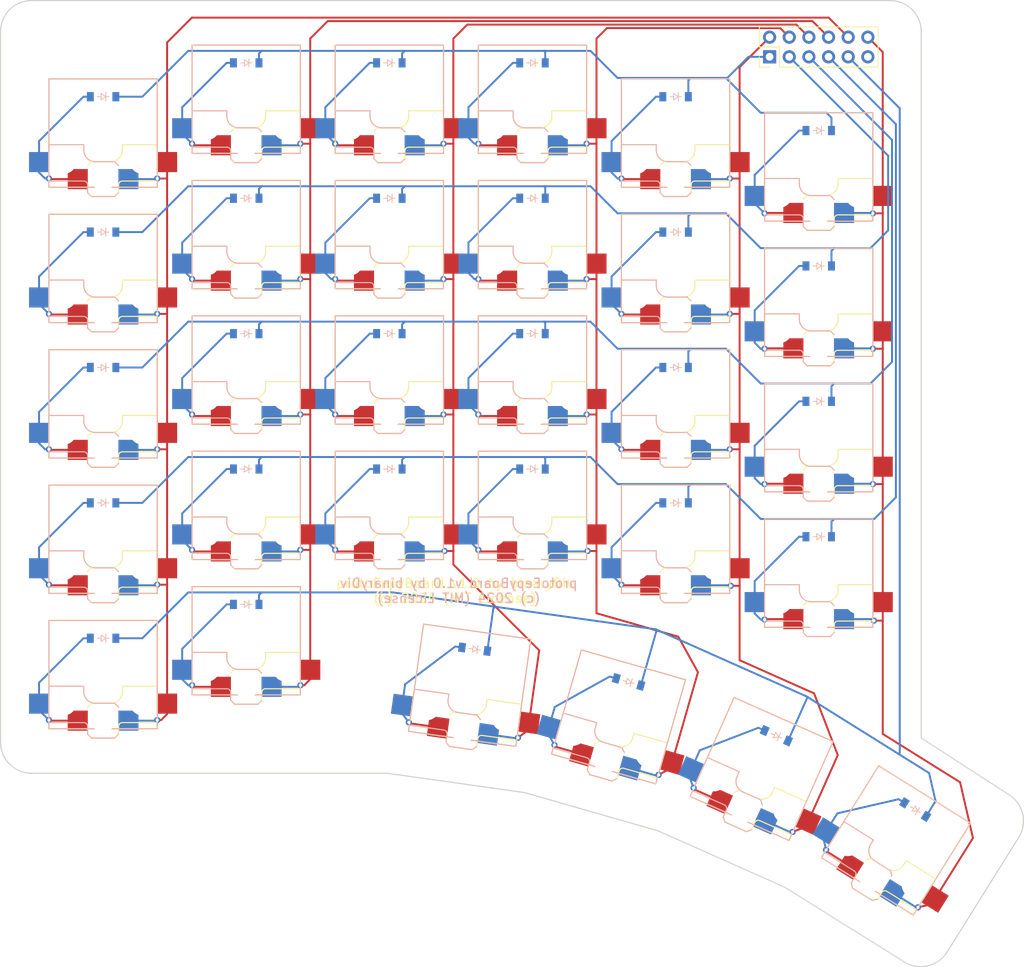
<source format=kicad_pcb>
(kicad_pcb
	(version 20240108)
	(generator "pcbnew")
	(generator_version "8.0")
	(general
		(thickness 1.6)
		(legacy_teardrops no)
	)
	(paper "A3")
	(title_block
		(title "protoeepyboard")
		(rev "1.0")
		(company "binaryDiv")
	)
	(layers
		(0 "F.Cu" signal)
		(31 "B.Cu" signal)
		(32 "B.Adhes" user "B.Adhesive")
		(33 "F.Adhes" user "F.Adhesive")
		(34 "B.Paste" user)
		(35 "F.Paste" user)
		(36 "B.SilkS" user "B.Silkscreen")
		(37 "F.SilkS" user "F.Silkscreen")
		(38 "B.Mask" user)
		(39 "F.Mask" user)
		(40 "Dwgs.User" user "User.Drawings")
		(41 "Cmts.User" user "User.Comments")
		(42 "Eco1.User" user "User.Eco1")
		(43 "Eco2.User" user "User.Eco2")
		(44 "Edge.Cuts" user)
		(45 "Margin" user)
		(46 "B.CrtYd" user "B.Courtyard")
		(47 "F.CrtYd" user "F.Courtyard")
		(48 "B.Fab" user)
		(49 "F.Fab" user)
	)
	(setup
		(pad_to_mask_clearance 0.05)
		(allow_soldermask_bridges_in_footprints no)
		(pcbplotparams
			(layerselection 0x00010fc_ffffffff)
			(plot_on_all_layers_selection 0x0000000_00000000)
			(disableapertmacros no)
			(usegerberextensions no)
			(usegerberattributes yes)
			(usegerberadvancedattributes yes)
			(creategerberjobfile yes)
			(dashed_line_dash_ratio 12.000000)
			(dashed_line_gap_ratio 3.000000)
			(svgprecision 4)
			(plotframeref no)
			(viasonmask no)
			(mode 1)
			(useauxorigin no)
			(hpglpennumber 1)
			(hpglpenspeed 20)
			(hpglpendiameter 15.000000)
			(pdf_front_fp_property_popups yes)
			(pdf_back_fp_property_popups yes)
			(dxfpolygonmode yes)
			(dxfimperialunits yes)
			(dxfusepcbnewfont yes)
			(psnegative no)
			(psa4output no)
			(plotreference yes)
			(plotvalue yes)
			(plotfptext yes)
			(plotinvisibletext no)
			(sketchpadsonfab no)
			(subtractmaskfromsilk no)
			(outputformat 1)
			(mirror no)
			(drillshape 0)
			(scaleselection 1)
			(outputdirectory "gerber/rev1/")
		)
	)
	(net 0 "")
	(net 1 "P10")
	(net 2 "outer_mod")
	(net 3 "outer_bottom")
	(net 4 "outer_home")
	(net 5 "outer_top")
	(net 6 "outer_num")
	(net 7 "P8")
	(net 8 "one_mod")
	(net 9 "one_bottom")
	(net 10 "one_home")
	(net 11 "one_top")
	(net 12 "one_num")
	(net 13 "P6")
	(net 14 "two_bottom")
	(net 15 "two_home")
	(net 16 "two_top")
	(net 17 "two_num")
	(net 18 "P4")
	(net 19 "three_bottom")
	(net 20 "three_home")
	(net 21 "three_top")
	(net 22 "three_num")
	(net 23 "P2")
	(net 24 "four_bottom")
	(net 25 "four_home")
	(net 26 "four_top")
	(net 27 "four_num")
	(net 28 "P12")
	(net 29 "five_bottom")
	(net 30 "five_home")
	(net 31 "five_top")
	(net 32 "five_num")
	(net 33 "one_default")
	(net 34 "two_default")
	(net 35 "three_default")
	(net 36 "four_default")
	(net 37 "P9")
	(net 38 "P7")
	(net 39 "P5")
	(net 40 "P3")
	(net 41 "P1")
	(net 42 "P11")
	(footprint "MountingHole_2.2mm_M2" (layer "F.Cu") (at 90.025481 63.165161))
	(footprint "PG1350" (layer "F.Cu") (at 182.525483 97.790165 180))
	(footprint "PinHeader_2x06_P2.54mm_Vertical" (layer "F.Cu") (at 176.175486 66.060162 90))
	(footprint "PG1350" (layer "F.Cu") (at 108.52548 106.540167 180))
	(footprint "PG1350" (layer "F.Cu") (at 127.025483 124.040165 180))
	(footprint "PG1350" (layer "F.Cu") (at 182.525484 115.290165 180))
	(footprint "PG1350" (layer "F.Cu") (at 182.525483 80.290161 180))
	(footprint "PG1350" (layer "F.Cu") (at 145.525482 124.040168 180))
	(footprint "PG1350" (layer "F.Cu") (at 127.025485 71.540169 180))
	(footprint "PG1350" (layer "F.Cu") (at 145.52548 106.540168 180))
	(footprint "PG1350" (layer "F.Cu") (at 108.525481 141.540171 180))
	(footprint "PG1350" (layer "F.Cu") (at 108.52548 71.540159 180))
	(footprint "MountingHole_2.2mm_M2" (layer "F.Cu") (at 193.275486 69.540166))
	(footprint "PG1350"
		(layer "F.Cu")
		(uuid "5fc406a4-13f6-4d52-aa44-d19cd3acecf2")
		(at 164.025483 75.915169 180)
		(property "Reference" "S22"
			(at 0 0 0)
			(layer "F.SilkS")
			(hide yes)
			(uuid "cf11c8e5-3934-41e3-8f39-8b25ad48e581")
			(effects
				(font
					(size 1.27 1.27)
					(thickness 0.15)
				)
			)
		)
		(property "Value" ""
			(at 0 0 0)
			(layer "F.SilkS")
			(hide yes)
			(uuid "44586e86-92a4-4cf7-895c-4366a82e0e35")
			(effects
				(font
					(size 1.27 1.27)
					(thickness 0.15)
				)
			)
		)
		(property "Footprint" ""
			(at 0 0 0)
			(layer "F.Fab")
			(hide yes)
			(uuid "c35adbce-d156-4960-ae02-02922c7092c2")
			(effects
				(font
					(size 1.27 1.27)
					(thickness 0.15)
				)
			)
		)
		(property "Datasheet" ""
			(at 0 0 0)
			(layer "F.Fab")
			(hide yes)
			(uuid "e8e0b2ec-8603-465c-8b9d-1e493193ce97")
			(effects
				(font
					(size 1.27 1.27)
					(thickness 0.15)
				)
			)
		)
		(property "Description" ""
			(at 0 0 0)
			(layer "F.Fab")
			(hide yes)
			(uuid "9a3c670e-a367-48eb-8056-9e6fa66306c5")
			(effects
				(font
					(size 1.27 1.27)
					(thickness 0.15)
				)
			)
		)
		(attr through_hole)
		(fp_line
			(start 7 7)
			(end -7 7)
			(stroke
				(width 0.15)
				(type solid)
			)
			(layer "B.SilkS")
			(uuid "1f75f4db-da72-4174-8086-0bf9503d7ba8")
		)
		(fp_line
			(start 7 -5.6)
			(end 7 -6.2)
			(stroke
				(width 0.15)
				(type solid)
			)
			(layer "B.SilkS")
			(uuid "e7ef50b2-aa04-4df1-94f0-185342b072f2")
		)
		(fp_line
			(start 7 -6.2)
			(end 2.5 -6.2)
			(stroke
				(width 0.15)
				(type solid)
			)
			(layer "B.SilkS")
			(uuid "620862d0-5907-4df0-9948-02266ebd6226")
		)
		(fp_line
			(start 7 -7)
			(end 7 7)
			(stroke
				(width 0.15)
				(type solid)
			)
			(layer "B.SilkS")
			(uuid "cf7764d7-1eaa-4a6b-8b90-317220b93ce8")
		)
		(fp_line
			(start 6.999999 -1.500002)
			(end 7 -2)
			(stroke
				(width 0.15)
				(type solid)
			)
			(layer "B.SilkS")
			(uuid "e9e4edd6-39c0-4811-990d-117c83e9784c")
		)
		(fp_line
			(start 2.5 -1.5)
			(end 6.999999 -1.500002)
			(stroke
				(width 0.15)
				(type solid)
			)
			(layer "B.SilkS")
			(uuid "dff79f35-8ed9-4124-9832-7360351677ae")
		)
		(fp_line
			(start 2.5 -2.200001)
			(end 2.5 -1.5)
			(stroke
				(width 0.15)
				(type solid)
			)
			(layer "B.SilkS")
			(uuid "7234bbe8-aded-44ed-a047-bf8e41791cfa")
		)
		(fp_line
			(start 2 -6.7)
			(end 2 -7.7)
			(stroke
				(width 0.15)
				(type solid)
			)
			(layer "B.SilkS")
			(uuid "3df5f5b7-cefd-4ca8-9b9a-50f6544b4681")
		)
		(fp_line
			(start 1.5 -8.2)
			(end 2 -7.7)
			(stroke
				(width 0.15)
				(type solid)
			)
			(layer "B.SilkS")
			(uuid "b7732040-a855-483b-a86f-6f302a2f4cdf")
		)
		(fp_line
			(start -1.5 -3.7)
			(end 1 -3.7)
			(stroke
				(width 0.15)
				(type solid)
			)
			(layer "B.SilkS")
			(uuid "61e4b325-f211-4899-8102-cf0239fee62d")
		)
		(fp_line
			(start -1.5 -8.200003)
			(end 1.5 -8.2)
			(stroke
				(width 0.15)
				(type solid)
			)
			(layer "B.SilkS")
			(uuid "c8683161-634a-4571-a7a6-0391b75c1475")
		)
		(fp_line
			(start -2 -4.2)
			(end -1.5 -3.7)
			(stroke
				(width 0.15)
				(type solid)
			)
			(layer "B.SilkS")
			(uuid "cd9c7a22-9d43-408e-a326-1db26abddf0e")
		)
		(fp_line
			(start -2 -7.7)
			(end -1.5 -8.200003)
			(stroke
				(width 0.15)
				(type solid)
			)
			(layer "B.SilkS")
			(uuid "ad5d07ea-3e0d-4d74-bdcc-ecafb3f491b9")
		)
		(fp_line
			(start -7 7)
			(end -7 -7)
			(stroke
				(width 0.15)
				(type solid)
			)
			(layer "B.SilkS")
			(uuid "ee695391-46d5-41bb-af9d-a29797e8376e")
		)
		(fp_line
			(start -7 -7)
			(end 7 -7)
			(stroke
				(width 0.15)
				(type solid)
			)
			(layer "B.SilkS")
			(uuid "e0193bd3-cd83-4b5e-8c24-418637e7c4b4")
		)
		(fp_arc
			(start 2.5 -6.2)
			(mid 2.146447 -6.346447)
			(end 2 -6.7)
			(stroke
				(width 0.15)
				(type solid)
			)
			(layer "B.SilkS")
			(uuid "dd5d45b1-60f5-4c4d-82fe-a93e686aef24")
		)
		(fp_arc
			(start 1 -3.7)
			(mid 2.06066 -3.260661)
			(end 2.5 -2.200001)
			(stroke
				(width 0.15)
				(type solid)
			)
			(layer "B.SilkS")
			(uuid "272319e8-d964-4bd9-bdef-c070a6cf544b")
		)
		(fp_line
			(start 7 7)
			(end -7 7)
			(stroke
				(width 0.15)
				(type solid)
			)
			(layer "F.SilkS")
			(uuid "21d6bb73-d74c-4079-bcde-177a50aa0f4b")
		)
		(fp_line
			(start 7 -7)
			(end 7 7)
			(stroke
				(width 0.15)
				(type solid)
			)
			(layer "F.SilkS")
			(uuid "3314bc0e-d424-4bb9-89a1-ad29e6a67eb4")
		)
		(fp_line
			(start 2 -7.7)
			(end 1.5 -8.2)
			(stroke
				(width 0.15)
				(type solid)
			)
			(layer "F.SilkS")
			(uuid "f109d8ca-979f-40b6-8eff-f96ec04f58e3")
		)
		(fp_line
			(start 1.999999 -4.2)
			(end 1.5 -3.7)
			(stroke
				(width 0.15)
				(type solid)
			)
			(layer "F.SilkS")
			(uuid "25c549e0-ab5c-465a-9e59-8e0d6983abfc")
		)
		(fp_line
			(start 1.5 -3.7)
			(end -1 -3.7)
			(stroke
				(width 0.15)
				(type solid)
			)
			(layer "F.SilkS")
			(uuid "27b441c6-8fde-4128-8be5-b196d81e0cbb")
		)
		(fp_line
			(start 1.5 -8.2)
			(end -1.5 -8.200003)
			(stroke
				(width 0.15)
				(type solid)
			)
			(layer "F.SilkS")
			(uuid "f46175b8-ea0d-440d-a0a9-e7efc2127ca8")
		)
		(fp_line
			(start -1.5 -8.200003)
			(end -2 -7.7)
			(stroke
				(width 0.15)
				(type solid)
			)
			(layer "F.SilkS")
			(uuid "be106102-12cb-4835-a74b-6646a555e4f6")
		)
		(fp_line
			(start -2 -6.7)
			(end -2 -7.7)
			(stroke
				(width 0.15)
				(type solid)
			)
			(layer "F.SilkS")
			(uuid "6e2a6b64-4156-417f-a3ee-132251133b4f")
		)
		(fp_line
			(start -2.5 -1.499999)
			(end -7 -1.5)
			(stroke
				(width 0.15)
				(type solid)
			)
			(layer "F.SilkS")
			(uuid "bfe6e1e3-e380-4182-bead-15689e3db32f")
		)
		(fp_line
			(start -2.5 -2.2)
			(end -2.5 -1.499999)
			(stroke
				(width 0.15)
				(type solid)
			)
			(layer "F.SilkS")
			(uuid "1ae53a67-2937-4335-8931-269f53d8c950")
		)
		(fp_line
			(start -7 7)
			(end -7 -7)
			(stroke
				(width 0.15)
				(type solid)
			)
			(layer "F.SilkS")
			(uuid "7bd6e5bc-329a-4dcf-81bc-e4fd8ddda0e4")
		)
		(fp_line
			(start -7 -1.5)
			(end -7 -2)
			(stroke
				(width 0.15)
				(type solid)
			)
			(layer "F.SilkS")
			(uuid "289587ac-ad1f-462a-bcd0-fda8b5e1a8a1")
		)
		(fp_line
			(start -7 -5.6)
			(end -7 -6.2)
			(stroke
				(width 0.15)
				(type solid)
			)
			(layer "F.SilkS")
			(uuid "b89cb802-c886-4d29-b60e-f56aaa45fbd3")
		)
		(fp_line
			(start -7 -6.2)
			(end -2.5 -6.2)
			(stroke
				(width 0.15)
				(type solid)
			)
			(layer "F.SilkS")
			(uuid "592fb956-ffd1-4bc2-b344-ee5986be6219")
		)
		(fp_line
			(start -7 -7)
			(end 7 -7)
			(stroke
				(width 0.15)
				(type solid)
			)
			(layer "F.SilkS")
			(uuid "a4a19ae8-7d3b-4d66-baf4-70793566dd87")
		)
		(fp_arc
			(start -2 -6.7)
			(mid -2.146448 -6.346448)
			(end -2.5 -6.2)
			(stroke
				(width 0.15)
				(type solid)
			)
			(layer "F.SilkS")
			(uuid "a1f53702-d46c-4a3e-bfc6-3eeead281dc5")
		)
		(fp_arc
			(start -2.5 -2.2)
			(mid -2.06066 -3.26066)
			(end -1 -3.7)
			(stroke
				(width 0.15)
				(type solid)
			)
			(layer "F.SilkS")
			(uuid "a5295361-d5c4-4422-9800-8997780d436a")
		)
		(fp_line
			(start 9 8.5)
			(end -9 8.5)
			(stroke
				(width 0.15)
				(type solid)
			)
			(layer "Dwgs.User")
			(uuid "e150da8b-8eec-405a-a240-f11a06f86ec9")
		)
		(fp_line
			(start 9 -8.5)
			(end 9 8.5)
			(stroke
				(width 0.15)
				(type solid)
			)
			(layer "Dwgs.User")
			(uuid "3f5e7e3f-7231-42f3-a384-05ebb187385b")
		)
		(fp_line
			(start 2.600001 3.1)
			(end 2.599999 6.3)
			(stroke
				(width 0.15)
				(type solid)
			)
			(layer "Dwgs.User")
			(uuid "aabf8c92-8519-4100-9be6-a8bd979b63f2")
		)
		(fp_line
			(start 2.599999 6.3)
			(end -2.6 6.3)
			(stroke
				(width 0.15)
				(type solid)
			)
			(layer "Dwgs.User")
			(uuid "925416d6-2bcf-4825-8a05-f18c00922ab3")
		)
		(fp_line
			(start -2.6 3.1)
			(end 2.600001 3.1)
			(stroke
				(width 0.15)
				(type solid)
			)
			(layer "Dwgs.User")
			(uuid "72fa2ea8-3182-497e-ac27-bb4c98e983f7")
		)
		(fp_line
			(start -2.6 3.1)
			(end -2.6 6.3)
			(stroke
				(width 0.15)
				(type solid)
			)
			(layer "Dwgs.User")
			(uuid "107ab612-0ebf-4cb0-b4b8-60ab1081e2ce")
		)
		(fp_line
			(start -9 8.5)
			(end -9 -8.5)
			(stroke
				(width 0.15)
				(type solid)
			)
			(layer "Dwgs.User")
			(uuid "47b02d73-cd79-4d6f-8d4a-796aeaded6e0")
		)
		(fp_line
			(start -9 -8.5)
			(end 9 -8.5)
			(stroke
				(width 0.15)
				(type solid)
			)
			(layer "Dwgs.User")
			(uuid "1e46e12c-6dd9-4300-8499-1c8883074f58")
		)
		(fp_line
			(start 9.500001 -2.499999)
			(end 7 -2.5)
			(stroke
				(width 0.12)
				(type solid)
			)
			(layer "B.Fab")
			(uuid "7cb5800b-7367-4516-baeb-4e3679129409")
		)
		(fp_line
			(start 9.5 -5)
			(end 9.500001 -2.499999)
			(stroke
				(width 0.12)
				(type solid)
			)
			(layer "B.Fab")
			(uuid "6576599e-d5e1-4c4e-947d-9f180db7c8c4")
		)
		(fp_line
			(start 7 -5.000001)
			(end 9.5 -5)
			(stroke
				(width 0.12)
				(type solid)
			)
			(layer "B.Fab")
			(uuid "a8d7d267-5643-4f7f-ae10-d36f5afe7ff6")
		)
		(fp_line
			(start 7 -6.2)
			(end 2.5 -6.2)
			(stroke
				(width 0.15)
				(type solid)
			)
			(layer "B.Fab")
			(uuid "0e7da716-c057-40b2-8d1c-7b3953c5f244")
		)
		(fp_line
			(start 6.999999 -1.500002)
			(end 7 -6.2)
			(stroke
				(width 0.12)
				(type solid)
			)
			(layer "B.Fab")
			(uuid "20a440b2-23bf-4f3c-99d6-1da4ca68507a")
		)
		(fp_line
			(start 2.5 -1.5)
			(end 6.999999 -1.500002)
			(stroke
				(width 0.15)
				(type solid)
			)
			(layer "B.Fab")
			(uuid "21192240-4f4e-4d88-bcf7-d0662f9f60fb")
		)
		(fp_line
			(start 2.5 -2.200001)
			(end 2.5 -1.5)
			(stroke
				(width 0.15)
				(type solid)
			)
			(layer "B.Fab")
			(uuid "bd8f7466-5722-4454-97c0-dca3ef9cfe5b")
		)
		(fp_line
			(start 2 -6.7)
			(end 2 -7.7)
			(stroke
				(width 0.15)
				(type solid)
			)
			(layer "B.Fab")
			(uuid "9ae226d1-55ed-4e19-8a45-e9616e1e7ad1")
		)
		(fp_line
			(start 1.5 -8.2)
			(end 2 -7.7)
			(stroke
				(width 0.15)
				(type solid)
			)
			(layer "B.Fab")
			(uuid "3d0a09ed-c89b-46b6-91b6-d2d4dfd9f315")
		)
		(fp_line
			(start -1.5 -3.7)
			(end 1 -3.7)
			(stroke
				(width 0.15)
				(type solid)
			)
			(layer "B.Fab")
			(uuid "1fe719ed-efe5-413a-9951-2aa1ef76faca")
		)
		(fp_line
			(start -1.5 -8.200003)
			(end 1.5 -8.2)
			(stroke
				(width 0.15)
				(type solid)
			)
			(layer "B.Fab")
			(uuid "b9ecaac8-1ba1-4760-9dfe-9420f37716a1")
		)
		(fp_line
			(start -2 -4.2)
			(end -1.5 -3.7)
			(stroke
				(width 0.15)
				(type solid)
			)
			(layer "B.Fab")
			(uuid "9f38cc70-d937-4661-858b-a643b50912cb")
		)
		(fp_line
			(start -2 -4.25)
			(end -2 -7.7)
			(stroke
				(width 0.12)
				(type solid)
			)
			(layer "B.Fab")
			(uuid "64166569-1b53-44f7-83d9-405ef07851ed")
		)
		(fp_line
			(start -2 -4.75)
			(end -4.500001 -4.75)
			(stroke
				(width 0.12)
				(type solid)
			)
			(layer "B.Fab")
			(uuid "29b84a12-7249-4203-816c-1b0cc16bc5d6")
		)
		(fp_line
			(start -2 -7.7)
			(end -1.5 -8.200003)
			(stroke
				(width 0.15)
				(type solid)
			)
			(layer "B.Fab")
			(uuid "fbe05dfe-c0cf-4b7c-ba89-587a21ca8ce0")
		)
		(fp_line
			(start -4.5 -7.25)
			(end -2 -7.25)
			(stroke
				(width 0.12)
				(type solid)
			)
			(layer "B.Fab")
			(uuid "71cfeac0-de92-4d5e-b004-64ca3bc5338e")
		)
		(fp_line
			(start -4.500001 -4.75)
			(end -4.5 -7.25)
			(stroke
				(width 0.12)
				(type solid)
			)
			(layer "B.Fab")
			(uuid "0321256a-c500-4ec7-b719-6bc1b1a1149b")
		)
		(fp_arc
			(start 2.5 -6.2)
			(mid 2.146447 -6.346447)
			(end 2 -6.7)
			(stroke
				(width 0.15)
				(type solid)
			)
			(layer "B.Fab")
			(uuid "a5c3b089-bf72-4c69-acdf-5007f0853310")
		)
		(fp_arc
			(start 1 -3.7)
			(mid 2.06066 -3.260661)
			(end 2.5 -2.200001)
			(stroke
				(width 0.15)
				(type solid)
			)
			(layer "B.Fab")
			(uuid "f3fdb55e-0d20-4a10-a39b-e80ca6702cba")
		)
		(fp_line
			(start 4.5 -4.75)
			(end 4.5 -7.25)
			(stroke
				(width 0.12)
				(type solid)
			)
			(layer "F.Fab")
			(uuid "07bcdf67-2dcf-4ba6-89dd-74a7a19b0df7")
		)
		(fp_line
			(start 4.5 -7.25)
			(end 2 -7.25)
			(stroke
				(width 0.12)
				(type solid)
			)
			(layer "F.Fab")
			(uuid "f5c8985c-f32d-4ed5-817e-0053b5455bee")
		)
		(fp_line
			(start 2 -4.75)
			(end 4.5 -4.75)
			(stroke
				(width 0.12)
				(type solid)
			)
			(layer "F.Fab")
			(uuid "9c045b19-9eca-4364-86b4-91a7192f6a87")
		)
		(fp_line
			(start 2 -7.7)
			(end 1.5 -8.2)
			(stroke
				(width 0.15)
				(type solid)
			)
			(layer "F.Fab")
			(uuid "4fb66295-46f6-40d1-bfe3-78539cc2658f")
		)
		(fp_line
			(start 1.999999 -4.2)
			(end 1.5 -3.7)
			(stroke
				(width 0.15)
				(type solid)
			)
			(layer "F.Fab")
			(uuid "2cf21974-b41d-4e21-b7cc-83c24b9418ae")
		)
		(fp_line
			(start 1.999997 -4.25)
			(end 2 -7.7)
			(stroke
				(width 0.12)
				(type solid)
			)
			(layer "F.Fab")
			(uuid "c4b606f2-bf2e-4d7b-840f-576f8878cd69")
		)
		(fp_line
			(start 1.5 -3.7)
			(end -1 -3.7)
			(stroke
				(width 0.15)
				(type solid)
			)
			(layer "F.Fab")
			(uuid "b7b04718-21bc-4761-b633-32ca5222a485")
		)
		(fp_line
			(start 1.5 -8.2)
			(end -1.5 -8.200003)
			(stroke
				(width 0.15)
				(type solid)
			)
			(layer "F.Fab")
			(uuid "d3e80ff6-6d0d-4082-ad6d-a2ebf3cfc3a9")
		)
		(fp_line
			(start -1.5 -8.200003)
			(end -2 -7.7)
			(stroke
				(width 0.15)
				(type solid)
			)
			(layer "F.Fab")
			(uuid "bf943a97-3be0-4db5-b6b5-2a76041ff2cb")
		)
		(fp_line
			(start -2 -6.7)
			(end -2 -7.7)
			(stroke
				(width 0.15)
				(type solid)
			)
			(layer "F.Fab")
			(uuid "714a22f7-2268-4ddf-9bab-49befcc20d53")
		)
		(fp_line
			(start -2.5 -1.499999)
			(end -7 -1.5)
			(stroke
				(width 0.15)
				(type solid)
			)
			(layer "F.Fab")
			(uuid "78d18684-54e2-441e-9f26-9a31aa276dd0")
		)
		(fp_line
			(start -2.5 -2.2)
			(end -2.5 -1.499999)
			(stroke
				(width 0.15)
				(type solid)
			)
			(layer "F.Fab")
			(uuid "d3187d58-aed3-40b3-9649-b3d5e3c9f3a0")
		)
		(fp_line
			(start -7 -1.5)
			(end -7 -6.2)
			(stroke
				(width 0.12)
				(type solid)
			)
			(layer "F.Fab")
			(uuid "cb36fec9-675b-4914-8fd4-7b2249c8b0a3")
		)
		(fp_line
			(start -7 -5)
			(end -9.5 -5)
			(stroke
				(width 0.12)
				(type solid)
			)
			(layer "F.Fab")
			(uuid "6f46b5a0-a093-45df-bc68-6091142c28fc")
		)
		(fp_line
			(start -7 -6.2)
			(end -2.5 -6.2)
			(stroke
				(width 0.15)
				(type solid)
			)
			(layer "F.Fab")
			(uuid "8a640180-c071-4c03-a47f-1eee50270788")
		)
		(fp_line
			(start -9.5 -2.5)
			(end -7 -2.5)
			(stroke
				(width 0.12)
				(type solid)
			)
			(layer "F.Fab")
			(uuid "7e0da518-1586-43c2-95d9-73b1a2f63cb8")
		)
		(fp_line
			(start -9.5 -5)
			(end -9.5 -2.5)
			(stroke
				(width 0.12)
				(type solid)
			)
			(layer "F.Fab")
			(uuid "1a279698-1548-43ef-9e14-4d16fd8ac124")
		)
		(fp_arc
			(start -2 -6.7)
			(mid -2.146448 -6.346448)
			(end -2.5 -6.2)
			(stroke
				(width 0.15)
				(type solid)
			)
			(layer "F.Fab")
			(uuid "af45b3a6-b2b4-4e62-adde-cfd4f26578e1")
		)
		(fp_arc
			(start -2.5 -2.2)
			(mid -2.06066 -3.26066)
			(end -1 -3.7)
			(stroke
				(width 0.15)
				(type solid)
			)
			(layer "F.Fab")
			(uuid "ab82c895-d5ec-450c-bfd1-1d33b773268d")
		)
		(pad "" np_thru_hole circle
			(at -5.5 0)
			(size 1.7018 1.7018)
			(drill 1.7018)
			(layers "*.Cu" "*.Mask")
			(uuid "a736acf3-7690-4144-9b90-e9bb95edfdd3")
		)
		(pad "" np_thru_hole circle
			(at -4.999999 -3.75)
			(size 3 3)
			(drill 3)
			(layers "*.Cu" "*.Mask")
			(uuid "9c41e550-9c14-4014-ae6a-cecb5f261576")
		)
		(pad "" np_thru_hole circle
			(at 0 -5.95)
			(size 3 3)
			(drill 3)
			(layers "*.Cu" "*.Mask")
			(uuid "ddd5d57e-ae86-4d19-8dfb-18e85b6c1be4")
		)
		(pad "" np_thru_hole circle
			(at 0 -5.95)
			(size 3 3)
			(drill 3)
			(layers "*.Cu" "*.Mask")
			(uuid "fd561d6b-2b22-43ef-a5ab-9de915d2730b")
		)
		(pad "" np_thru_hole circle
			(at 0 0)
			(size 3.429 3.429)
			(drill 3.429)
			(layers "*.Cu" "*.Mask")
			(uuid "abd5b16a-598b-4b62-851f-bfb8e261d3cc")
		)
		(pad "" np_thru_hole circle
			(at 5 -3.749998)
			(size 3 3)
			(drill 3)
			(layers "*.Cu" "*.Mask")
			(uuid "3f88a5f9-6b3d-4d21-ab78-4c4e89487626")
		)
		(pad "" np_thru_hole circle
			(at 5.5 0)
			(size 1.7018 1.7018)
			(drill 1.7018)
			(layers "*.Cu" "*.Mask")
			(uuid "14658f80-3bbd-436b-88bd-46bc07ca1460")
		)
		(pad "1" smd rect
			(at -3.275 -5.95 180)
			(size 2.6 2.6)
			(layers "B.Cu" "B.Paste" "B.Mask")
			(net 23 "P2")
			(uuid "1dc84fcd-8de5-47e1-9e08-02df61ece672")
		)
		(pad "1" smd rect
			(a
... [509752 chars truncated]
</source>
